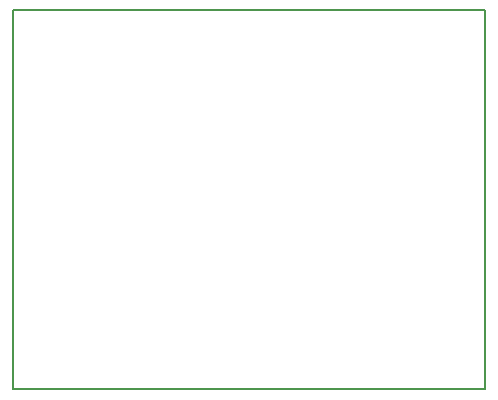
<source format=gbr>
G04 #@! TF.GenerationSoftware,KiCad,Pcbnew,5.0.2-bee76a0~70~ubuntu16.04.1*
G04 #@! TF.CreationDate,2020-03-15T16:19:44-07:00*
G04 #@! TF.ProjectId,DB9_Male,4442395f-4d61-46c6-952e-6b696361645f,rev?*
G04 #@! TF.SameCoordinates,Original*
G04 #@! TF.FileFunction,Profile,NP*
%FSLAX46Y46*%
G04 Gerber Fmt 4.6, Leading zero omitted, Abs format (unit mm)*
G04 Created by KiCad (PCBNEW 5.0.2-bee76a0~70~ubuntu16.04.1) date Sun 15 Mar 2020 16:19:44 PDT*
%MOMM*%
%LPD*%
G01*
G04 APERTURE LIST*
%ADD10C,0.200000*%
G04 APERTURE END LIST*
D10*
X142849600Y-37922200D02*
X142849600Y-70000000D01*
X182849600Y-37922200D02*
X142849600Y-37922200D01*
X182849600Y-70000000D02*
X182849600Y-37922200D01*
X142849600Y-70000000D02*
X182849600Y-70000000D01*
M02*

</source>
